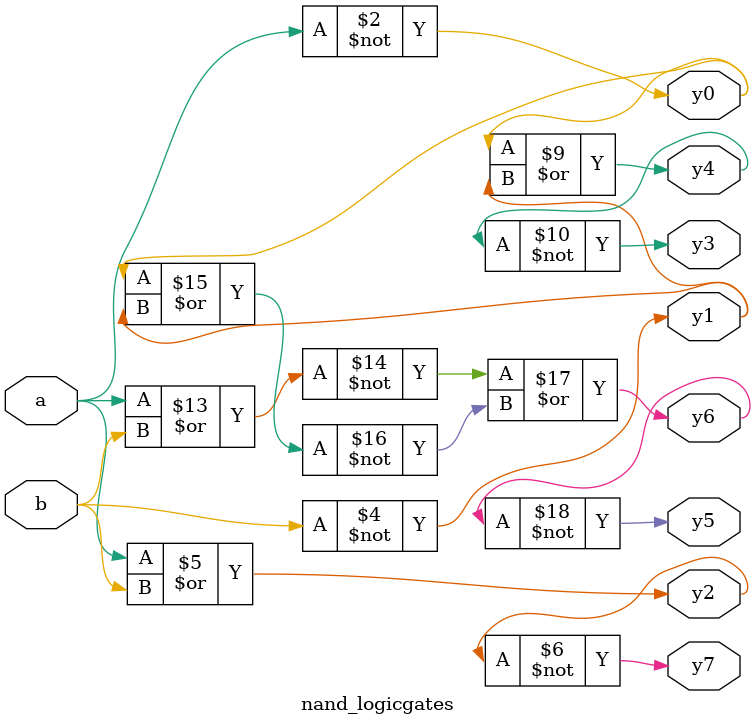
<source format=v>
module nand_logicgates (a, b,y0, y1, y2, y3, y4, y5, y6, y7);
input a, b;
 output y0, y1, y2, y3, y4, y5, y6, y7;
 
   assign  y0 = ~(a | a);      //NOT of a     
   assign   y1 = ~(b | b);     //NOT of b
   assign  y7 = ~(a | b);       //NOR  
   assign  y2 = ~(y7 | y7);      //OR  (~NOR)
   assign  y3 = ~(y0 | y1);      //AND    (bubbled NOR)
   assign  y4 = ~(y3 | y3);      //NAND   (~AND)
    
    // n  = ~(a & y1);      //XOR    (A*`B|`A*B)
    // l  = ~(b & y0) ; y5 = (~(n&l));
    
  assign   y5 = ~((~(a|b))|(~(y0|y1)));   // XNOR 
   assign  y6 = ~(y5 | y5);     //XNOR   (~)


endmodule
</source>
